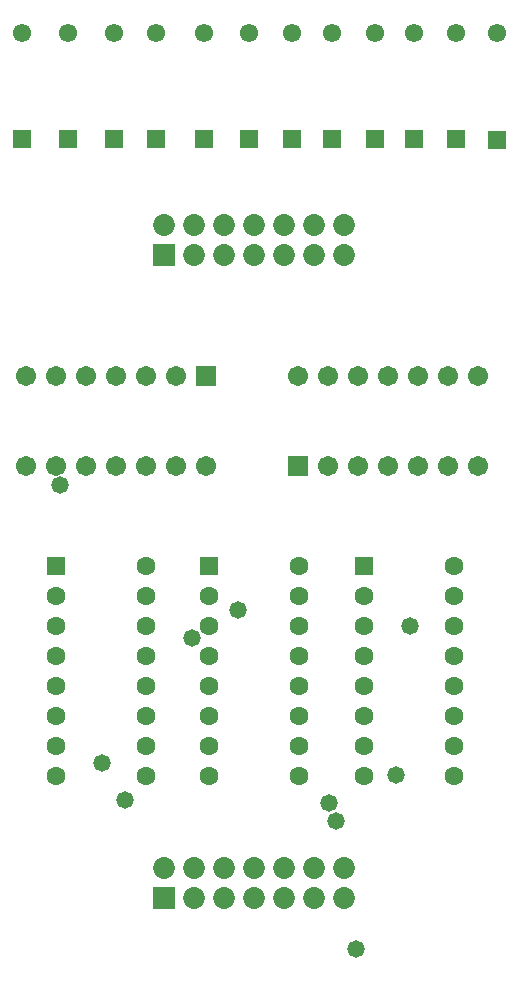
<source format=gbr>
%TF.GenerationSoftware,Altium Limited,Altium Designer,22.9.1 (49)*%
G04 Layer_Color=8388736*
%FSLAX45Y45*%
%MOMM*%
%TF.SameCoordinates,4BB515F2-1930-42CC-84AD-66DDC1B42358*%
%TF.FilePolarity,Negative*%
%TF.FileFunction,Soldermask,Top*%
%TF.Part,Single*%
G01*
G75*
%TA.AperFunction,ComponentPad*%
%ADD21R,1.70320X1.70320*%
%ADD22C,1.70320*%
%ADD23R,1.60320X1.60320*%
%ADD24C,1.60320*%
%ADD25C,1.55320*%
%ADD26R,1.55320X1.55320*%
%ADD27C,1.85320*%
%ADD28R,1.85320X1.85320*%
%TA.AperFunction,ViaPad*%
%ADD29C,1.47320*%
D21*
X5550784Y8255000D02*
D03*
X4775200Y9017000D02*
D03*
D22*
X5804784Y8255000D02*
D03*
X6058784D02*
D03*
X6312784D02*
D03*
X6566784D02*
D03*
X6820784D02*
D03*
X7074784D02*
D03*
X5550784Y9017000D02*
D03*
X5804784D02*
D03*
X6058784D02*
D03*
X6312784D02*
D03*
X6566784D02*
D03*
X6820784D02*
D03*
X7074784D02*
D03*
X4521200D02*
D03*
X4267200D02*
D03*
X4013200D02*
D03*
X3759200D02*
D03*
X3505200D02*
D03*
X3251200D02*
D03*
X4775200Y8255000D02*
D03*
X4521200D02*
D03*
X4267200D02*
D03*
X4013200D02*
D03*
X3759200D02*
D03*
X3505200D02*
D03*
X3251200D02*
D03*
D23*
X6116940Y7404100D02*
D03*
X4804288D02*
D03*
X3505200D02*
D03*
D24*
X6116940Y7150100D02*
D03*
Y6896100D02*
D03*
Y6642100D02*
D03*
Y6388100D02*
D03*
Y6134100D02*
D03*
Y5880100D02*
D03*
Y5626100D02*
D03*
X6878940Y7404100D02*
D03*
Y7150100D02*
D03*
Y6896100D02*
D03*
Y6642100D02*
D03*
Y6388100D02*
D03*
Y6134100D02*
D03*
Y5880100D02*
D03*
Y5626100D02*
D03*
X4804288Y7150100D02*
D03*
Y6896100D02*
D03*
Y6642100D02*
D03*
Y6388100D02*
D03*
Y6134100D02*
D03*
Y5880100D02*
D03*
Y5626100D02*
D03*
X5566288Y7404100D02*
D03*
Y7150100D02*
D03*
Y6896100D02*
D03*
Y6642100D02*
D03*
Y6388100D02*
D03*
Y6134100D02*
D03*
Y5880100D02*
D03*
Y5626100D02*
D03*
X3505200Y7150100D02*
D03*
Y6896100D02*
D03*
Y6642100D02*
D03*
Y6388100D02*
D03*
Y6134100D02*
D03*
Y5880100D02*
D03*
Y5626100D02*
D03*
X4267200Y7404100D02*
D03*
Y7150100D02*
D03*
Y6896100D02*
D03*
Y6642100D02*
D03*
Y6388100D02*
D03*
Y6134100D02*
D03*
Y5880100D02*
D03*
Y5626100D02*
D03*
D25*
X7242449Y11917924D02*
D03*
X3213705Y11923603D02*
D03*
X6888800D02*
D03*
X3608294D02*
D03*
X6538661D02*
D03*
X3996192D02*
D03*
X6203432D02*
D03*
X4353789D02*
D03*
X5844860D02*
D03*
X4756882D02*
D03*
X5502311D02*
D03*
X5137389D02*
D03*
D26*
X7242449Y11017921D02*
D03*
X3213705Y11023600D02*
D03*
X6888800D02*
D03*
X3608294D02*
D03*
X6538661D02*
D03*
X3996192D02*
D03*
X6203432D02*
D03*
X4353789D02*
D03*
X5844860D02*
D03*
X4756882D02*
D03*
X5502311D02*
D03*
X5137389D02*
D03*
D27*
X5185288Y4849993D02*
D03*
Y4595993D02*
D03*
X4931288Y4849993D02*
D03*
Y4595993D02*
D03*
X4423288Y4849993D02*
D03*
X4677288Y4595993D02*
D03*
Y4849993D02*
D03*
X5439288Y4595993D02*
D03*
Y4849993D02*
D03*
X5693288Y4595993D02*
D03*
X5947288D02*
D03*
X5693288Y4849993D02*
D03*
X5947288D02*
D03*
X5183856Y10296708D02*
D03*
Y10042708D02*
D03*
X4929856Y10296708D02*
D03*
Y10042708D02*
D03*
X4421856Y10296708D02*
D03*
X4675856Y10042708D02*
D03*
Y10296708D02*
D03*
X5437856Y10042708D02*
D03*
Y10296708D02*
D03*
X5691856Y10042708D02*
D03*
X5945856D02*
D03*
X5691856Y10296708D02*
D03*
X5945856D02*
D03*
D28*
X4423288Y4595993D02*
D03*
X4421856Y10042708D02*
D03*
D29*
X3896360Y5742940D02*
D03*
X4655820Y6794500D02*
D03*
X6042660Y4165600D02*
D03*
X6499860Y6896100D02*
D03*
X5819140Y5397500D02*
D03*
X6385560Y5640720D02*
D03*
X5048128Y7033260D02*
D03*
X3540760Y8092440D02*
D03*
X5875020Y5245100D02*
D03*
X4086860Y5427980D02*
D03*
%TF.MD5,7cec806f255e314815390ec183e9a203*%
M02*

</source>
